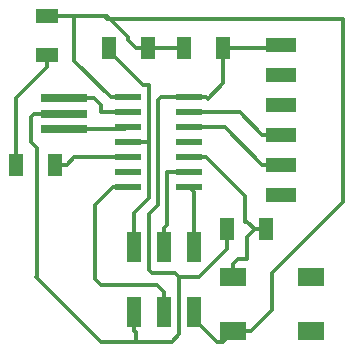
<source format=gbr>
G04 #@! TF.GenerationSoftware,KiCad,Pcbnew,5.1.2-f72e74a~84~ubuntu18.04.1*
G04 #@! TF.CreationDate,2019-06-03T15:21:42-06:00*
G04 #@! TF.ProjectId,Turtlepcb,54757274-6c65-4706-9362-2e6b69636164,rev?*
G04 #@! TF.SameCoordinates,PX7445a00PY8062360*
G04 #@! TF.FileFunction,Copper,L1,Top*
G04 #@! TF.FilePolarity,Positive*
%FSLAX46Y46*%
G04 Gerber Fmt 4.6, Leading zero omitted, Abs format (unit mm)*
G04 Created by KiCad (PCBNEW 5.1.2-f72e74a~84~ubuntu18.04.1) date 2019-06-03 15:21:42*
%MOMM*%
%LPD*%
G04 APERTURE LIST*
%ADD10R,2.540000X1.270000*%
%ADD11R,1.270000X2.540000*%
%ADD12R,1.270000X1.905000*%
%ADD13R,2.207260X0.609600*%
%ADD14R,1.905000X1.270000*%
%ADD15R,3.898900X0.797560*%
%ADD16R,2.286000X1.524000*%
%ADD17C,0.350000*%
G04 APERTURE END LIST*
D10*
X43434000Y35179000D03*
X43434000Y32639000D03*
X43434000Y30099000D03*
X43434000Y27559000D03*
X43434000Y25019000D03*
X43434000Y22479000D03*
D11*
X30988000Y12575540D03*
X30988000Y18034000D03*
X33528000Y12575540D03*
X33528000Y18034000D03*
X36068000Y12575540D03*
X36068000Y18034000D03*
D12*
X38481000Y34925000D03*
X35179000Y34925000D03*
D13*
X35623500Y30734000D03*
X35623500Y29464000D03*
X35623500Y28194000D03*
X35623500Y26924000D03*
X35623500Y25654000D03*
X35623500Y24384000D03*
X35623500Y23114000D03*
X30416500Y23114000D03*
X30416500Y24384000D03*
X30416500Y25654000D03*
X30416500Y26924000D03*
X30416500Y28194000D03*
X30416500Y29464000D03*
X30416500Y30734000D03*
D14*
X23622000Y37592000D03*
X23622000Y34290000D03*
D12*
X28829000Y34925000D03*
X32131000Y34925000D03*
X42164000Y19558000D03*
X38862000Y19558000D03*
X20955000Y25019000D03*
X24257000Y25019000D03*
D15*
X25019000Y27988260D03*
X25019000Y29337000D03*
X25019000Y30685740D03*
D16*
X45974000Y10922000D03*
X39370000Y10922000D03*
X45974000Y15494000D03*
X39370000Y15494000D03*
D17*
X36068000Y13210540D02*
X36068000Y12575540D01*
X31146000Y34925000D02*
X30480000Y35591000D01*
X32131000Y34925000D02*
X31146000Y34925000D01*
X30480000Y35591000D02*
X30480000Y35814000D01*
X30480000Y35814000D02*
X28702000Y37592000D01*
X32131000Y34925000D02*
X35179000Y34925000D01*
X28962870Y30734000D02*
X25908000Y33788870D01*
X30416500Y30734000D02*
X28962870Y30734000D01*
X25908000Y33788870D02*
X25908000Y37592000D01*
X25908000Y37592000D02*
X23622000Y37592000D01*
X48641000Y37338000D02*
X28702000Y37338000D01*
X28702000Y37592000D02*
X28448000Y37592000D01*
X28448000Y37592000D02*
X25908000Y37592000D01*
X28702000Y37338000D02*
X28448000Y37592000D01*
X36068000Y11940540D02*
X37975540Y10033000D01*
X36068000Y12575540D02*
X36068000Y11940540D01*
X38481000Y10033000D02*
X39370000Y10922000D01*
X37975540Y10033000D02*
X38481000Y10033000D01*
X40863000Y10922000D02*
X42672000Y12731000D01*
X39370000Y10922000D02*
X40863000Y10922000D01*
X42672000Y12731000D02*
X42672000Y15875000D01*
X48641000Y21844000D02*
X48641000Y24638000D01*
X42672000Y15875000D02*
X48641000Y21844000D01*
X48641000Y24003000D02*
X48641000Y24638000D01*
X48641000Y24638000D02*
X48641000Y37338000D01*
X25019000Y29337000D02*
X22719550Y29337000D01*
X22719550Y29337000D02*
X22694549Y29311999D01*
X31115000Y10828540D02*
X31115000Y10033000D01*
X30988000Y10955540D02*
X31115000Y10828540D01*
X30988000Y12575540D02*
X30988000Y10955540D01*
X31115000Y10033000D02*
X31242000Y10033000D01*
X33274000Y30734000D02*
X35623500Y30734000D01*
X33020000Y30480000D02*
X33274000Y30734000D01*
X32258000Y20828000D02*
X33020000Y21590000D01*
X33020000Y21590000D02*
X33020000Y30480000D01*
X34163000Y10033000D02*
X34798000Y10668000D01*
X31115000Y10033000D02*
X34163000Y10033000D01*
X34798000Y10668000D02*
X34798000Y15494000D01*
X34798000Y15494000D02*
X34417000Y15875000D01*
X34417000Y15875000D02*
X32512000Y15875000D01*
X32512000Y15875000D02*
X32258000Y16129000D01*
X43180000Y34925000D02*
X43434000Y35179000D01*
X38481000Y34925000D02*
X43180000Y34925000D01*
X37077130Y30734000D02*
X37204130Y30607000D01*
X35623500Y30734000D02*
X37077130Y30734000D01*
X38481000Y31883870D02*
X38481000Y34925000D01*
X37204130Y30607000D02*
X38481000Y31883870D01*
X28194000Y10033000D02*
X31115000Y10033000D01*
X22479000Y29337000D02*
X22225000Y29083000D01*
X22694549Y15532451D02*
X28194000Y10033000D01*
X22719550Y29337000D02*
X22479000Y29337000D01*
X22225000Y29083000D02*
X22225000Y26924000D01*
X22225000Y26924000D02*
X22733000Y26416000D01*
X22733000Y26416000D02*
X22733000Y15570902D01*
X22733000Y15570902D02*
X22694549Y15532451D01*
X36100500Y15494000D02*
X34798000Y15494000D01*
X36449000Y15494000D02*
X36100500Y15494000D01*
X38862000Y19558000D02*
X38862000Y17907000D01*
X38862000Y17907000D02*
X36449000Y15494000D01*
X32258000Y16129000D02*
X32258000Y20828000D01*
X25019000Y30685740D02*
X26569670Y30685740D01*
X27607260Y30685740D02*
X25019000Y30685740D01*
X28194000Y30099000D02*
X27607260Y30685740D01*
X30416500Y29464000D02*
X28194000Y29464000D01*
X28194000Y29464000D02*
X28194000Y30099000D01*
X30210760Y27988260D02*
X30416500Y28194000D01*
X25019000Y27988260D02*
X30210760Y27988260D01*
X28702000Y34798000D02*
X28829000Y34925000D01*
X28829000Y34607500D02*
X28829000Y34925000D01*
X31686500Y31750000D02*
X28829000Y34607500D01*
X32258000Y31750000D02*
X31686500Y31750000D01*
X30988000Y20955000D02*
X32258000Y22225000D01*
X30988000Y18034000D02*
X30988000Y20955000D01*
X31870130Y26924000D02*
X32258000Y26924000D01*
X30416500Y26924000D02*
X31870130Y26924000D01*
X32258000Y22225000D02*
X32258000Y26924000D01*
X32258000Y26924000D02*
X32258000Y31750000D01*
X28962870Y25654000D02*
X30416500Y25654000D01*
X25877000Y25654000D02*
X28962870Y25654000D01*
X25242000Y25019000D02*
X25877000Y25654000D01*
X24257000Y25019000D02*
X25242000Y25019000D01*
X29210000Y23114000D02*
X30416500Y23114000D01*
X33528000Y14195540D02*
X32864540Y14859000D01*
X33528000Y12575540D02*
X33528000Y14195540D01*
X32864540Y14859000D02*
X28194000Y14859000D01*
X28194000Y14859000D02*
X27686000Y15367000D01*
X27686000Y15367000D02*
X27686000Y21590000D01*
X27686000Y21590000D02*
X29210000Y23114000D01*
X36068000Y22669500D02*
X35623500Y23114000D01*
X36068000Y18034000D02*
X36068000Y22669500D01*
X33782000Y24384000D02*
X35623500Y24384000D01*
X33782000Y19908000D02*
X33782000Y24384000D01*
X33528000Y18034000D02*
X33528000Y19654000D01*
X33528000Y19654000D02*
X33782000Y19908000D01*
X41179000Y19558000D02*
X40513000Y18892000D01*
X40513000Y18892000D02*
X40513000Y17018000D01*
X39370000Y16606000D02*
X39370000Y15494000D01*
X39782000Y17018000D02*
X39370000Y16606000D01*
X40513000Y17018000D02*
X39782000Y17018000D01*
X42164000Y19558000D02*
X41179000Y19558000D01*
X40544000Y20193000D02*
X41179000Y19558000D01*
X40386000Y20193000D02*
X40544000Y20193000D01*
X40386000Y22352000D02*
X40386000Y20193000D01*
X35623500Y25654000D02*
X37084000Y25654000D01*
X37084000Y25654000D02*
X40386000Y22352000D01*
X37077130Y28194000D02*
X35623500Y28194000D01*
X38639000Y28194000D02*
X37077130Y28194000D01*
X41814000Y25019000D02*
X38639000Y28194000D01*
X43434000Y25019000D02*
X41814000Y25019000D01*
X37077130Y29464000D02*
X35623500Y29464000D01*
X39909000Y29464000D02*
X37077130Y29464000D01*
X41814000Y27559000D02*
X39909000Y29464000D01*
X43434000Y27559000D02*
X41814000Y27559000D01*
X20955000Y26321500D02*
X20955000Y25019000D01*
X20955000Y30638000D02*
X20955000Y26321500D01*
X23622000Y33305000D02*
X20955000Y30638000D01*
X23622000Y34290000D02*
X23622000Y33305000D01*
M02*

</source>
